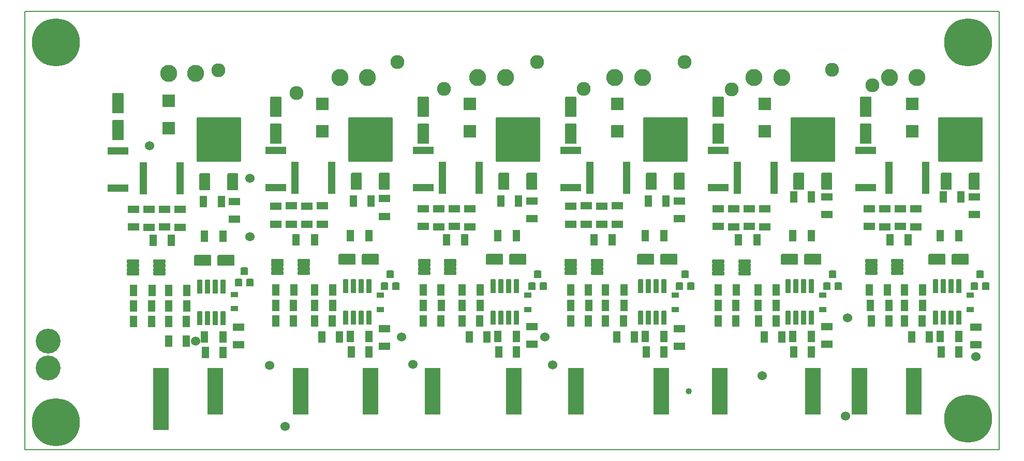
<source format=gbr>
G04 PROTEUS RS274X GERBER FILE*
%FSLAX45Y45*%
%MOMM*%
G01*
%ADD45C,1.524000*%
%ADD46C,1.016000*%
%ADD47C,2.286000*%
%ADD49C,4.064000*%
%ADD50C,2.794000*%
%AMPPAD045*
4,1,36,
-1.143000,1.270000,
1.143000,1.270000,
1.168970,1.267470,
1.192980,1.260200,
1.214580,1.248650,
1.233290,1.233290,
1.248650,1.214570,
1.260200,1.192980,
1.267470,1.168970,
1.270000,1.143000,
1.270000,-1.143000,
1.267470,-1.168970,
1.260200,-1.192980,
1.248650,-1.214570,
1.233290,-1.233290,
1.214580,-1.248650,
1.192980,-1.260200,
1.168970,-1.267470,
1.143000,-1.270000,
-1.143000,-1.270000,
-1.168970,-1.267470,
-1.192980,-1.260200,
-1.214580,-1.248650,
-1.233290,-1.233290,
-1.248650,-1.214570,
-1.260200,-1.192980,
-1.267470,-1.168970,
-1.270000,-1.143000,
-1.270000,1.143000,
-1.267470,1.168970,
-1.260200,1.192980,
-1.248650,1.214570,
-1.233290,1.233290,
-1.214580,1.248650,
-1.192980,1.260200,
-1.168970,1.267470,
-1.143000,1.270000,
0*%
%ADD51PPAD045*%
%AMPPAD064*
4,1,36,
-0.444500,-0.635000,
0.444500,-0.635000,
0.470470,-0.632470,
0.494480,-0.625200,
0.516080,-0.613650,
0.534790,-0.598290,
0.550150,-0.579570,
0.561700,-0.557980,
0.568970,-0.533970,
0.571500,-0.508000,
0.571500,0.508000,
0.568970,0.533970,
0.561700,0.557980,
0.550150,0.579570,
0.534790,0.598290,
0.516080,0.613650,
0.494480,0.625200,
0.470470,0.632470,
0.444500,0.635000,
-0.444500,0.635000,
-0.470470,0.632470,
-0.494480,0.625200,
-0.516080,0.613650,
-0.534790,0.598290,
-0.550150,0.579570,
-0.561700,0.557980,
-0.568970,0.533970,
-0.571500,0.508000,
-0.571500,-0.508000,
-0.568970,-0.533970,
-0.561700,-0.557980,
-0.550150,-0.579570,
-0.534790,-0.598290,
-0.516080,-0.613650,
-0.494480,-0.625200,
-0.470470,-0.632470,
-0.444500,-0.635000,
0*%
%ADD74PPAD064*%
%AMPPAD065*
4,1,36,
3.492500,3.619500,
-3.492500,3.619500,
-3.518470,3.616970,
-3.542480,3.609700,
-3.564080,3.598150,
-3.582790,3.582790,
-3.598150,3.564070,
-3.609700,3.542480,
-3.616970,3.518470,
-3.619500,3.492500,
-3.619500,-3.492500,
-3.616970,-3.518470,
-3.609700,-3.542480,
-3.598150,-3.564070,
-3.582790,-3.582790,
-3.564080,-3.598150,
-3.542480,-3.609700,
-3.518470,-3.616970,
-3.492500,-3.619500,
3.492500,-3.619500,
3.518470,-3.616970,
3.542480,-3.609700,
3.564080,-3.598150,
3.582790,-3.582790,
3.598150,-3.564070,
3.609700,-3.542480,
3.616970,-3.518470,
3.619500,-3.492500,
3.619500,3.492500,
3.616970,3.518470,
3.609700,3.542480,
3.598150,3.564070,
3.582790,3.582790,
3.564080,3.598150,
3.542480,3.609700,
3.518470,3.616970,
3.492500,3.619500,
0*%
%ADD75PPAD065*%
%AMPPAD066*
4,1,36,
0.762000,1.397000,
-0.762000,1.397000,
-0.787970,1.394470,
-0.811980,1.387200,
-0.833580,1.375650,
-0.852290,1.360290,
-0.867650,1.341570,
-0.879200,1.319980,
-0.886470,1.295970,
-0.889000,1.270000,
-0.889000,-1.270000,
-0.886470,-1.295970,
-0.879200,-1.319980,
-0.867650,-1.341570,
-0.852290,-1.360290,
-0.833580,-1.375650,
-0.811980,-1.387200,
-0.787970,-1.394470,
-0.762000,-1.397000,
0.762000,-1.397000,
0.787970,-1.394470,
0.811980,-1.387200,
0.833580,-1.375650,
0.852290,-1.360290,
0.867650,-1.341570,
0.879200,-1.319980,
0.886470,-1.295970,
0.889000,-1.270000,
0.889000,1.270000,
0.886470,1.295970,
0.879200,1.319980,
0.867650,1.341570,
0.852290,1.360290,
0.833580,1.375650,
0.811980,1.387200,
0.787970,1.394470,
0.762000,1.397000,
0*%
%ADD76PPAD066*%
%AMPPAD067*
4,1,4,
-1.054100,-1.054100,
1.054100,-1.054100,
1.054100,1.054100,
-1.054100,1.054100,
-1.054100,-1.054100,
0*%
%ADD77PPAD067*%
%AMPPAD068*
4,1,36,
-0.571500,0.317500,
-0.571500,-0.317500,
-0.568970,-0.343470,
-0.561700,-0.367480,
-0.550150,-0.389080,
-0.534790,-0.407790,
-0.516070,-0.423150,
-0.494480,-0.434700,
-0.470470,-0.441970,
-0.444500,-0.444500,
0.444500,-0.444500,
0.470470,-0.441970,
0.494480,-0.434700,
0.516070,-0.423150,
0.534790,-0.407790,
0.550150,-0.389080,
0.561700,-0.367480,
0.568970,-0.343470,
0.571500,-0.317500,
0.571500,0.317500,
0.568970,0.343470,
0.561700,0.367480,
0.550150,0.389080,
0.534790,0.407790,
0.516070,0.423150,
0.494480,0.434700,
0.470470,0.441970,
0.444500,0.444500,
-0.444500,0.444500,
-0.470470,0.441970,
-0.494480,0.434700,
-0.516070,0.423150,
-0.534790,0.407790,
-0.550150,0.389080,
-0.561700,0.367480,
-0.568970,0.343470,
-0.571500,0.317500,
0*%
%ADD78PPAD068*%
%AMPPAD069*
4,1,4,
-0.596900,-2.654300,
0.596900,-2.654300,
0.596900,2.654300,
-0.596900,2.654300,
-0.596900,-2.654300,
0*%
%ADD79PPAD069*%
%AMPPAD070*
4,1,36,
-0.825500,-1.651000,
0.825500,-1.651000,
0.851470,-1.648470,
0.875480,-1.641200,
0.897080,-1.629650,
0.915790,-1.614290,
0.931150,-1.595570,
0.942700,-1.573980,
0.949970,-1.549970,
0.952500,-1.524000,
0.952500,1.524000,
0.949970,1.549970,
0.942700,1.573980,
0.931150,1.595570,
0.915790,1.614290,
0.897080,1.629650,
0.875480,1.641200,
0.851470,1.648470,
0.825500,1.651000,
-0.825500,1.651000,
-0.851470,1.648470,
-0.875480,1.641200,
-0.897080,1.629650,
-0.915790,1.614290,
-0.931150,1.595570,
-0.942700,1.573980,
-0.949970,1.549970,
-0.952500,1.524000,
-0.952500,-1.524000,
-0.949970,-1.549970,
-0.942700,-1.573980,
-0.931150,-1.595570,
-0.915790,-1.614290,
-0.897080,-1.629650,
-0.875480,-1.641200,
-0.851470,-1.648470,
-0.825500,-1.651000,
0*%
%ADD80PPAD070*%
%AMPPAD057*
4,1,36,
-1.016000,-0.190500,
-1.016000,0.190500,
-1.013470,0.216470,
-1.006200,0.240480,
-0.994650,0.262080,
-0.979290,0.280790,
-0.960570,0.296150,
-0.938980,0.307700,
-0.914970,0.314970,
-0.889000,0.317500,
0.889000,0.317500,
0.914970,0.314970,
0.938980,0.307700,
0.960570,0.296150,
0.979290,0.280790,
0.994650,0.262080,
1.006200,0.240480,
1.013470,0.216470,
1.016000,0.190500,
1.016000,-0.190500,
1.013470,-0.216470,
1.006200,-0.240480,
0.994650,-0.262080,
0.979290,-0.280790,
0.960570,-0.296150,
0.938980,-0.307700,
0.914970,-0.314970,
0.889000,-0.317500,
-0.889000,-0.317500,
-0.914970,-0.314970,
-0.938980,-0.307700,
-0.960570,-0.296150,
-0.979290,-0.280790,
-0.994650,-0.262080,
-1.006200,-0.240480,
-1.013470,-0.216470,
-1.016000,-0.190500,
0*%
%ADD63PPAD057*%
%AMPPAD071*
4,1,36,
-0.317500,-1.143000,
0.317500,-1.143000,
0.343470,-1.140470,
0.367480,-1.133200,
0.389080,-1.121650,
0.407790,-1.106290,
0.423150,-1.087570,
0.434700,-1.065980,
0.441970,-1.041970,
0.444500,-1.016000,
0.444500,1.016000,
0.441970,1.041970,
0.434700,1.065980,
0.423150,1.087570,
0.407790,1.106290,
0.389080,1.121650,
0.367480,1.133200,
0.343470,1.140470,
0.317500,1.143000,
-0.317500,1.143000,
-0.343470,1.140470,
-0.367480,1.133200,
-0.389080,1.121650,
-0.407790,1.106290,
-0.423150,1.087570,
-0.434700,1.065980,
-0.441970,1.041970,
-0.444500,1.016000,
-0.444500,-1.016000,
-0.441970,-1.041970,
-0.434700,-1.065980,
-0.423150,-1.087570,
-0.407790,-1.106290,
-0.389080,-1.121650,
-0.367480,-1.133200,
-0.343470,-1.140470,
-0.317500,-1.143000,
0*%
%ADD81PPAD071*%
%AMPPAD072*
4,1,4,
-1.701800,0.622300,
-1.701800,-0.622300,
1.701800,-0.622300,
1.701800,0.622300,
-1.701800,0.622300,
0*%
%ADD82PPAD072*%
%AMPPAD054*
4,1,36,
-1.397000,-0.762000,
-1.397000,0.762000,
-1.394470,0.787970,
-1.387200,0.811980,
-1.375650,0.833580,
-1.360290,0.852290,
-1.341570,0.867650,
-1.319980,0.879200,
-1.295970,0.886470,
-1.270000,0.889000,
1.270000,0.889000,
1.295970,0.886470,
1.319980,0.879200,
1.341570,0.867650,
1.360290,0.852290,
1.375650,0.833580,
1.387200,0.811980,
1.394470,0.787970,
1.397000,0.762000,
1.397000,-0.762000,
1.394470,-0.787970,
1.387200,-0.811980,
1.375650,-0.833580,
1.360290,-0.852290,
1.341570,-0.867650,
1.319980,-0.879200,
1.295970,-0.886470,
1.270000,-0.889000,
-1.270000,-0.889000,
-1.295970,-0.886470,
-1.319980,-0.879200,
-1.341570,-0.867650,
-1.360290,-0.852290,
-1.375650,-0.833580,
-1.387200,-0.811980,
-1.394470,-0.787970,
-1.397000,-0.762000,
0*%
%ADD60PPAD054*%
%AMPPAD073*
4,1,4,
0.571500,0.901700,
-0.571500,0.901700,
-0.571500,-0.901700,
0.571500,-0.901700,
0.571500,0.901700,
0*%
%ADD83PPAD073*%
%AMPPAD074*
4,1,4,
0.901700,-0.571500,
0.901700,0.571500,
-0.901700,0.571500,
-0.901700,-0.571500,
0.901700,-0.571500,
0*%
%ADD84PPAD074*%
%ADD64C,7.874000*%
%ADD39C,0.203200*%
D45*
X-1270000Y-2413000D03*
X+6032500Y-2095500D03*
X+1079500Y-2413000D03*
D46*
X-3424759Y-2876572D03*
X+3429000Y-3302000D03*
D45*
X+5995294Y-3705851D03*
X+8128000Y-2730500D03*
D47*
X-2984500Y+1587500D03*
X-571500Y+1651000D03*
X+1714500Y+1651000D03*
X+4134346Y+1645009D03*
X+5778500Y+1968500D03*
X+6437156Y+1707029D03*
X+3365500Y+2095500D03*
X+952500Y+2095500D03*
X-1333500Y+2095500D03*
D45*
X-4635500Y-2476500D03*
X-3429000Y-2876572D03*
X-3175000Y-3873500D03*
X-3749845Y-768079D03*
X-3746500Y+190500D03*
D47*
X-4263961Y+1955083D03*
D45*
X-5394560Y+718686D03*
X-1079500Y-2857500D03*
X+4635500Y-3048000D03*
X+1206500Y-2870200D03*
D49*
X-7048500Y-2476500D03*
X-7048500Y-2921000D03*
D50*
X-1828800Y+1841500D03*
D51*
X-2921000Y-3556000D03*
X-2921000Y-3048000D03*
X-2921000Y-3302000D03*
D50*
X+431800Y+1841500D03*
D51*
X-762000Y-3556000D03*
X-762000Y-3302000D03*
X-762000Y-3048000D03*
X+1587500Y-3302000D03*
X+1587500Y-3556000D03*
X+1587500Y-3048000D03*
D50*
X+2679700Y+1841500D03*
D51*
X+3937000Y-3556000D03*
X+6223000Y-3556000D03*
X+3937000Y-3048000D03*
X+6223000Y-3048000D03*
X+3937000Y-3302000D03*
X+6223000Y-3302000D03*
D50*
X+4953000Y+1841500D03*
X+7162800Y+1841500D03*
D74*
X+8196580Y-1389380D03*
X+8290560Y-1579880D03*
X+8102600Y-1579880D03*
D75*
X+7874000Y+825500D03*
D76*
X+8102600Y+134620D03*
X+7645400Y+134620D03*
D74*
X+5783580Y-1389380D03*
X+5877560Y-1579880D03*
X+5689600Y-1579880D03*
D75*
X+5461000Y+825500D03*
D76*
X+5689600Y+134620D03*
X+5232400Y+134620D03*
D74*
X+3370580Y-1389380D03*
X+3464560Y-1579880D03*
X+3276600Y-1579880D03*
D75*
X+3048000Y+825500D03*
D76*
X+3276600Y+134620D03*
X+2819400Y+134620D03*
D74*
X+957580Y-1389380D03*
X+1051560Y-1579880D03*
X+863600Y-1579880D03*
D75*
X+635000Y+825500D03*
D76*
X+863600Y+134620D03*
X+406400Y+134620D03*
D74*
X-1455420Y-1389380D03*
X-1361440Y-1579880D03*
X-1549400Y-1579880D03*
D75*
X-1778000Y+825500D03*
D76*
X-1549400Y+134620D03*
X-2006600Y+134620D03*
D77*
X+7086600Y+1404620D03*
X+7086600Y+954620D03*
D78*
X+8039100Y-1960880D03*
X+8039100Y-1725930D03*
D77*
X+4673600Y+1404620D03*
X+4673600Y+954620D03*
D78*
X+5626100Y-1960880D03*
X+5626100Y-1725930D03*
D77*
X+2260600Y+1404620D03*
X+2260600Y+954620D03*
D78*
X+3213100Y-1960880D03*
X+3213100Y-1725930D03*
D77*
X-152400Y+1404620D03*
X-152400Y+954620D03*
D78*
X+800100Y-1960880D03*
X+800100Y-1725930D03*
D77*
X-2565400Y+1404620D03*
X-2565400Y+954620D03*
D78*
X-1612900Y-1960880D03*
X-1612900Y-1725930D03*
D79*
X+6705600Y+198120D03*
X+7305600Y+198120D03*
X+4229100Y+198120D03*
X+4829100Y+198120D03*
X+1816100Y+198120D03*
X+2416100Y+198120D03*
X-596900Y+198120D03*
X+3100Y+198120D03*
X-3009900Y+198120D03*
X-2409900Y+198120D03*
D51*
X+7112000Y-3302000D03*
X+5461000Y-3302000D03*
X+2984500Y-3302000D03*
X+571500Y-3302000D03*
X-1778000Y-3302000D03*
X+7112000Y-3556000D03*
X+5461000Y-3556000D03*
X+2984500Y-3556000D03*
X+571500Y-3556000D03*
X-1778000Y-3556000D03*
X+7112000Y-3048000D03*
X+5461000Y-3048000D03*
X+2984500Y-3048000D03*
X+571500Y-3048000D03*
X-1778000Y-3048000D03*
D50*
X+6718300Y+1841500D03*
X+4495800Y+1841500D03*
X+2222500Y+1841500D03*
X-25400Y+1841500D03*
X-2273300Y+1841500D03*
D80*
X+6324600Y+914620D03*
X+6324600Y+1359120D03*
X+3911600Y+914620D03*
X+3911600Y+1359120D03*
X+1498600Y+914620D03*
X+1498600Y+1359120D03*
X-914400Y+914620D03*
X-914400Y+1359120D03*
X-3327400Y+914620D03*
X-3327400Y+1359120D03*
D63*
X+6845300Y-1168400D03*
X+6845300Y-1233400D03*
X+6845300Y-1298400D03*
X+6845300Y-1363400D03*
X+6415300Y-1363400D03*
X+6415300Y-1298400D03*
X+6415300Y-1233400D03*
X+6415300Y-1168400D03*
D81*
X+7848600Y-2100580D03*
X+7721600Y-2100580D03*
X+7594600Y-2100580D03*
X+7467600Y-2100580D03*
X+7467600Y-1579880D03*
X+7594600Y-1579880D03*
X+7721600Y-1579880D03*
X+7848600Y-1579880D03*
D63*
X+4341600Y-1176600D03*
X+4341600Y-1241600D03*
X+4341600Y-1306600D03*
X+4341600Y-1371600D03*
X+3911600Y-1371600D03*
X+3911600Y-1306600D03*
X+3911600Y-1241600D03*
X+3911600Y-1176600D03*
D81*
X+5435600Y-2100580D03*
X+5308600Y-2100580D03*
X+5181600Y-2100580D03*
X+5054600Y-2100580D03*
X+5054600Y-1579880D03*
X+5181600Y-1579880D03*
X+5308600Y-1579880D03*
X+5435600Y-1579880D03*
D63*
X+1928600Y-1163900D03*
X+1928600Y-1228900D03*
X+1928600Y-1293900D03*
X+1928600Y-1358900D03*
X+1498600Y-1358900D03*
X+1498600Y-1293900D03*
X+1498600Y-1228900D03*
X+1498600Y-1163900D03*
D81*
X+3022600Y-2100580D03*
X+2895600Y-2100580D03*
X+2768600Y-2100580D03*
X+2641600Y-2100580D03*
X+2641600Y-1579880D03*
X+2768600Y-1579880D03*
X+2895600Y-1579880D03*
X+3022600Y-1579880D03*
D63*
X-469900Y-1165400D03*
X-469900Y-1230400D03*
X-469900Y-1295400D03*
X-469900Y-1360400D03*
X-899900Y-1360400D03*
X-899900Y-1295400D03*
X-899900Y-1230400D03*
X-899900Y-1165400D03*
D81*
X+609600Y-2100580D03*
X+482600Y-2100580D03*
X+355600Y-2100580D03*
X+228600Y-2100580D03*
X+228600Y-1579880D03*
X+355600Y-1579880D03*
X+482600Y-1579880D03*
X+609600Y-1579880D03*
D63*
X-2870200Y-1165400D03*
X-2870200Y-1230400D03*
X-2870200Y-1295400D03*
X-2870200Y-1360400D03*
X-3300200Y-1360400D03*
X-3300200Y-1295400D03*
X-3300200Y-1230400D03*
X-3300200Y-1165400D03*
D81*
X-1803400Y-2100580D03*
X-1930400Y-2100580D03*
X-2057400Y-2100580D03*
X-2184400Y-2100580D03*
X-2184400Y-1579880D03*
X-2057400Y-1579880D03*
X-1930400Y-1579880D03*
X-1803400Y-1579880D03*
D82*
X-3327400Y+642620D03*
X-3327400Y+32620D03*
X+6324600Y+642620D03*
X+6324600Y+32620D03*
X+1498600Y+642620D03*
X+1498600Y+32620D03*
X+3911600Y+642620D03*
X+3911600Y+32620D03*
X-914400Y+642620D03*
X-914400Y+32620D03*
D60*
X+7874000Y-1143000D03*
X+7493000Y-1143000D03*
D83*
X+7848600Y-754380D03*
X+7548600Y-754380D03*
D60*
X+5461000Y-1143000D03*
X+5080000Y-1143000D03*
D83*
X+5435600Y-754380D03*
X+5135600Y-754380D03*
D60*
X+3111500Y-1143000D03*
X+2730500Y-1143000D03*
D83*
X+3022600Y-754380D03*
X+2722600Y-754380D03*
D60*
X+635000Y-1143000D03*
X+254000Y-1143000D03*
D83*
X+609600Y-754380D03*
X+309600Y-754380D03*
D60*
X-1778000Y-1143000D03*
X-2159000Y-1143000D03*
D83*
X-1803400Y-754380D03*
X-2103400Y-754380D03*
X+6705600Y-2151380D03*
X+6415600Y-2151380D03*
X+6678100Y-1643380D03*
X+6388100Y-1643380D03*
D84*
X+6388100Y-599880D03*
X+6388100Y-309880D03*
X+6896100Y-599880D03*
X+6896100Y-309880D03*
D83*
X+7249600Y-2151380D03*
X+6959600Y-2151380D03*
D84*
X+8128000Y-2250000D03*
X+8128000Y-2540000D03*
D83*
X+7848600Y-2405380D03*
X+7548600Y-2405380D03*
D84*
X+7150100Y-309880D03*
X+7150100Y-609880D03*
X+8102600Y-119380D03*
X+8102600Y-409380D03*
D83*
X+7594600Y-119380D03*
X+7884600Y-119380D03*
X+7848600Y-2659380D03*
X+7558600Y-2659380D03*
D84*
X+6642100Y-309880D03*
X+6642100Y-609880D03*
D83*
X+7023100Y-817880D03*
X+6723100Y-817880D03*
X+7259600Y-1643380D03*
X+6959600Y-1643380D03*
X+7259600Y-1897380D03*
X+6959600Y-1897380D03*
X+6705600Y-1897380D03*
X+6405600Y-1897380D03*
X+4864100Y-1897380D03*
X+4564100Y-1897380D03*
X+4546600Y-817880D03*
X+4246600Y-817880D03*
X+4211600Y-1643380D03*
X+3911600Y-1643380D03*
D84*
X+4165600Y-309880D03*
X+4165600Y-609880D03*
D83*
X+4864100Y-1643380D03*
X+4564100Y-1643380D03*
X+5435600Y-2405380D03*
X+5135600Y-2405380D03*
X+5435600Y-2659380D03*
X+5145600Y-2659380D03*
D84*
X+5689600Y-2242380D03*
X+5689600Y-2532380D03*
X+5689600Y-119380D03*
X+5689600Y-409380D03*
D83*
X+5145600Y-119380D03*
X+5435600Y-119380D03*
X+3022600Y-2659380D03*
X+2732600Y-2659380D03*
D84*
X+3276600Y-2278380D03*
X+3276600Y-2568380D03*
X+3276600Y-182880D03*
X+3276600Y-472880D03*
D83*
X+2768600Y-182880D03*
X+3058600Y-182880D03*
D84*
X+3911600Y-599880D03*
X+3911600Y-309880D03*
X+4419600Y-599880D03*
X+4419600Y-309880D03*
X+4673600Y-309880D03*
X+4673600Y-609880D03*
D83*
X+4201600Y-2151380D03*
X+3911600Y-2151380D03*
X+4201600Y-1897380D03*
X+3911600Y-1897380D03*
X+4864100Y-2151380D03*
X+4574100Y-2151380D03*
X+3022600Y-2405380D03*
X+2722600Y-2405380D03*
D84*
X+2006600Y-563880D03*
X+2006600Y-273880D03*
X+1498600Y-563880D03*
X+1498600Y-273880D03*
X-914400Y-599880D03*
X-914400Y-309880D03*
X-406400Y-599880D03*
X-406400Y-309880D03*
X+1752600Y-263880D03*
X+1752600Y-563880D03*
X-660400Y-309880D03*
X-660400Y-609880D03*
D83*
X+2179600Y-817880D03*
X+1879600Y-817880D03*
X-233400Y-817880D03*
X-533400Y-817880D03*
D84*
X+2260600Y-263880D03*
X+2260600Y-563880D03*
X-152400Y-309880D03*
X-152400Y-609880D03*
X-3327400Y-563880D03*
X-3327400Y-273880D03*
X-2819400Y-563880D03*
X-2819400Y-273880D03*
X-2565400Y-263880D03*
X-2565400Y-563880D03*
X-3073400Y-263880D03*
X-3073400Y-563880D03*
D83*
X-2692400Y-817880D03*
X-2992400Y-817880D03*
X+1788600Y-2151380D03*
X+1498600Y-2151380D03*
X+1788600Y-1643380D03*
X+1498600Y-1643380D03*
X+2360100Y-2151380D03*
X+2070100Y-2151380D03*
X+2370100Y-1897380D03*
X+2070100Y-1897380D03*
X+1798600Y-1897380D03*
X+1498600Y-1897380D03*
X+2370100Y-1643380D03*
X+2070100Y-1643380D03*
X+609600Y-2405380D03*
X+309600Y-2405380D03*
D84*
X+863600Y-2242380D03*
X+863600Y-2532380D03*
D83*
X+609600Y-2659380D03*
X+319600Y-2659380D03*
D84*
X+863600Y-182880D03*
X+863600Y-472880D03*
D83*
X+355600Y-182880D03*
X+645600Y-182880D03*
X+10600Y-2151380D03*
X-279400Y-2151380D03*
X-624400Y-2151380D03*
X-914400Y-2151380D03*
X-624400Y-1643380D03*
X-914400Y-1643380D03*
X+20600Y-1897380D03*
X-279400Y-1897380D03*
X-614400Y-1897380D03*
X-914400Y-1897380D03*
X+20600Y-1643380D03*
X-279400Y-1643380D03*
X-2392400Y-1897380D03*
X-2692400Y-1897380D03*
X-3027400Y-1643380D03*
X-3327400Y-1643380D03*
X-2392400Y-1643380D03*
X-2692400Y-1643380D03*
X-1803400Y-2405380D03*
X-2103400Y-2405380D03*
X-3037400Y-2151380D03*
X-3327400Y-2151380D03*
X-3037400Y-1897380D03*
X-3327400Y-1897380D03*
X-2402400Y-2151380D03*
X-2692400Y-2151380D03*
D84*
X-1549400Y-2278380D03*
X-1549400Y-2568380D03*
X-1549400Y-146880D03*
X-1549400Y-436880D03*
D83*
X-2057400Y-182880D03*
X-1767400Y-182880D03*
X-1803400Y-2659380D03*
X-2093400Y-2659380D03*
D75*
X-4254500Y+817880D03*
D76*
X-4025900Y+127000D03*
X-4483100Y+127000D03*
D82*
X-5905500Y+635000D03*
X-5905500Y+25000D03*
D63*
X-5232400Y-1178100D03*
X-5232400Y-1243100D03*
X-5232400Y-1308100D03*
X-5232400Y-1373100D03*
X-5662400Y-1373100D03*
X-5662400Y-1308100D03*
X-5662400Y-1243100D03*
X-5662400Y-1178100D03*
D81*
X-4191000Y-2108200D03*
X-4318000Y-2108200D03*
X-4445000Y-2108200D03*
X-4572000Y-2108200D03*
X-4572000Y-1587500D03*
X-4445000Y-1587500D03*
X-4318000Y-1587500D03*
X-4191000Y-1587500D03*
D77*
X-5080000Y+1460500D03*
X-5080000Y+1010500D03*
D78*
X-4000500Y-1949450D03*
X-4000500Y-1714500D03*
D74*
X-3843020Y-1333500D03*
X-3749040Y-1524000D03*
X-3937000Y-1524000D03*
D80*
X-5905500Y+970500D03*
X-5905500Y+1415000D03*
D79*
X-5489500Y+190500D03*
X-4889500Y+190500D03*
D50*
X-5080000Y+1905000D03*
D51*
X-4318000Y-3556000D03*
X-4318000Y-3048000D03*
X-4318000Y-3302000D03*
D83*
X-4780000Y-1905000D03*
X-5080000Y-1905000D03*
X-5034000Y-825500D03*
X-5334000Y-825500D03*
X-5351500Y-1651000D03*
X-5651500Y-1651000D03*
D84*
X-5397500Y-317500D03*
X-5397500Y-617500D03*
D83*
X-4780000Y-1651000D03*
X-5080000Y-1651000D03*
X-4191000Y-2413000D03*
X-4491000Y-2413000D03*
X-4191000Y-762000D03*
X-4491000Y-762000D03*
D84*
X-4889500Y-317500D03*
X-4889500Y-617500D03*
D60*
X-4141610Y-1157110D03*
X-4522610Y-1157110D03*
D83*
X-5361500Y-2159000D03*
X-5651500Y-2159000D03*
X-5361500Y-1905000D03*
X-5651500Y-1905000D03*
D84*
X-5651500Y-607500D03*
X-5651500Y-317500D03*
X-5143500Y-607500D03*
X-5143500Y-317500D03*
D83*
X-4790000Y-2159000D03*
X-5080000Y-2159000D03*
D84*
X-3937000Y-2250000D03*
X-3937000Y-2540000D03*
X-4000500Y-190500D03*
X-4000500Y-480500D03*
D83*
X-4508500Y-190500D03*
X-4218500Y-190500D03*
X-4191000Y-2667000D03*
X-4481000Y-2667000D03*
D64*
X-6921500Y-3810000D03*
X-6921500Y+2413000D03*
X+8001000Y+2413000D03*
X+8001000Y-3746500D03*
D51*
X-5207000Y-3048000D03*
X-5207000Y-3302000D03*
X-5207000Y-3556000D03*
X-5207000Y-3810000D03*
D50*
X-4635500Y+1905000D03*
D83*
X+7366000Y-2413000D03*
X+7076000Y-2413000D03*
X+4953000Y-2413000D03*
X+4663000Y-2413000D03*
X+2540000Y-2413000D03*
X+2250000Y-2413000D03*
X+127000Y-2413000D03*
X-163000Y-2413000D03*
X-2286000Y-2413000D03*
X-2576000Y-2413000D03*
X-4790000Y-2476500D03*
X-5080000Y-2476500D03*
D39*
X-7429500Y-4254500D02*
X+8509000Y-4254500D01*
X+8509000Y+2921000D01*
X-7429500Y+2921000D01*
X-7429500Y-4254500D01*
M02*

</source>
